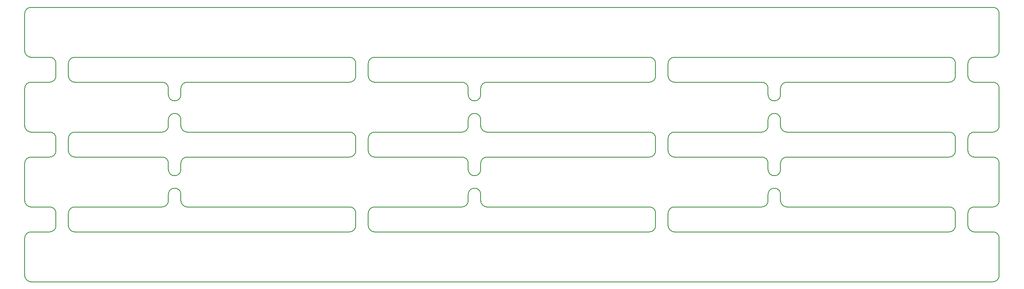
<source format=gm1>
G04 #@! TF.FileFunction,Profile,NP*
%FSLAX46Y46*%
G04 Gerber Fmt 4.6, Leading zero omitted, Abs format (unit mm)*
G04 Created by KiCad (PCBNEW 4.0.2-4+6225~38~ubuntu15.04.1-stable) date Sat Mar 19 16:11:07 2016*
%MOMM*%
G01*
G04 APERTURE LIST*
%ADD10C,0.101600*%
%ADD11C,0.150000*%
G04 APERTURE END LIST*
D10*
D11*
X8890000Y29210000D02*
X8890000Y26670000D01*
X10160000Y30480000D02*
G75*
G03X8890000Y29210000I0J-1270000D01*
G01*
X8890000Y26670000D02*
G75*
G03X10160000Y25400000I1270000J0D01*
G01*
X6350000Y29210000D02*
G75*
G03X5080000Y30480000I-1270000J0D01*
G01*
X6350000Y29210000D02*
X6350000Y26670000D01*
X5080000Y25400000D02*
G75*
G03X6350000Y26670000I0J1270000D01*
G01*
X8890000Y13970000D02*
X8890000Y11430000D01*
X10160000Y15240000D02*
G75*
G03X8890000Y13970000I0J-1270000D01*
G01*
X8890000Y11430000D02*
G75*
G03X10160000Y10160000I1270000J0D01*
G01*
X6350000Y13970000D02*
G75*
G03X5080000Y15240000I-1270000J0D01*
G01*
X6350000Y13970000D02*
X6350000Y11430000D01*
X5080000Y10160000D02*
G75*
G03X6350000Y11430000I0J1270000D01*
G01*
X69850000Y13970000D02*
X69850000Y11430000D01*
X71120000Y15240000D02*
G75*
G03X69850000Y13970000I0J-1270000D01*
G01*
X69850000Y11430000D02*
G75*
G03X71120000Y10160000I1270000J0D01*
G01*
X67310000Y13970000D02*
G75*
G03X66040000Y15240000I-1270000J0D01*
G01*
X67310000Y13970000D02*
X67310000Y11430000D01*
X66040000Y10160000D02*
G75*
G03X67310000Y11430000I0J1270000D01*
G01*
X69850000Y29210000D02*
X69850000Y26670000D01*
X71120000Y30480000D02*
G75*
G03X69850000Y29210000I0J-1270000D01*
G01*
X69850000Y26670000D02*
G75*
G03X71120000Y25400000I1270000J0D01*
G01*
X67310000Y29210000D02*
G75*
G03X66040000Y30480000I-1270000J0D01*
G01*
X67310000Y29210000D02*
X67310000Y26670000D01*
X66040000Y25400000D02*
G75*
G03X67310000Y26670000I0J1270000D01*
G01*
X130810000Y29210000D02*
X130810000Y26670000D01*
X132080000Y30480000D02*
G75*
G03X130810000Y29210000I0J-1270000D01*
G01*
X130810000Y26670000D02*
G75*
G03X132080000Y25400000I1270000J0D01*
G01*
X128270000Y29210000D02*
G75*
G03X127000000Y30480000I-1270000J0D01*
G01*
X128270000Y29210000D02*
X128270000Y26670000D01*
X127000000Y25400000D02*
G75*
G03X128270000Y26670000I0J1270000D01*
G01*
X130810000Y13970000D02*
X130810000Y11430000D01*
X132080000Y15240000D02*
G75*
G03X130810000Y13970000I0J-1270000D01*
G01*
X130810000Y11430000D02*
G75*
G03X132080000Y10160000I1270000J0D01*
G01*
X128270000Y13970000D02*
G75*
G03X127000000Y15240000I-1270000J0D01*
G01*
X128270000Y13970000D02*
X128270000Y11430000D01*
X127000000Y10160000D02*
G75*
G03X128270000Y11430000I0J1270000D01*
G01*
X191770000Y13970000D02*
X191770000Y11430000D01*
X193040000Y15240000D02*
G75*
G03X191770000Y13970000I0J-1270000D01*
G01*
X191770000Y11430000D02*
G75*
G03X193040000Y10160000I1270000J0D01*
G01*
X189230000Y13970000D02*
G75*
G03X187960000Y15240000I-1270000J0D01*
G01*
X189230000Y13970000D02*
X189230000Y11430000D01*
X187960000Y10160000D02*
G75*
G03X189230000Y11430000I0J1270000D01*
G01*
X191770000Y29210000D02*
X191770000Y26670000D01*
X193040000Y30480000D02*
G75*
G03X191770000Y29210000I0J-1270000D01*
G01*
X191770000Y26670000D02*
G75*
G03X193040000Y25400000I1270000J0D01*
G01*
X189230000Y29210000D02*
G75*
G03X187960000Y30480000I-1270000J0D01*
G01*
X189230000Y29210000D02*
X189230000Y26670000D01*
X187960000Y25400000D02*
G75*
G03X189230000Y26670000I0J1270000D01*
G01*
X191770000Y41910000D02*
G75*
G03X193040000Y40640000I1270000J0D01*
G01*
X187960000Y40640000D02*
G75*
G03X189230000Y41910000I0J1270000D01*
G01*
X191770000Y44450000D02*
X191770000Y41910000D01*
X189230000Y44450000D02*
X189230000Y41910000D01*
X130810000Y44450000D02*
X130810000Y41910000D01*
X128270000Y41910000D02*
X128270000Y44450000D01*
X130810000Y41910000D02*
G75*
G03X132080000Y40640000I1270000J0D01*
G01*
X127000000Y40640000D02*
G75*
G03X128270000Y41910000I0J1270000D01*
G01*
X69850000Y44450000D02*
X69850000Y41910000D01*
X67310000Y41910000D02*
X67310000Y44450000D01*
X69850000Y41910000D02*
G75*
G03X71120000Y40640000I1270000J0D01*
G01*
X66040000Y40640000D02*
G75*
G03X67310000Y41910000I0J1270000D01*
G01*
X8890000Y44450000D02*
X8890000Y41910000D01*
X6350000Y41910000D02*
X6350000Y44450000D01*
X8890000Y41910000D02*
G75*
G03X10160000Y40640000I1270000J0D01*
G01*
X5080000Y40640000D02*
G75*
G03X6350000Y41910000I0J1270000D01*
G01*
X33020000Y15240000D02*
X66040000Y15240000D01*
X27940000Y15240000D02*
X10160000Y15240000D01*
X88900000Y15240000D02*
X71120000Y15240000D01*
X127000000Y15240000D02*
X93980000Y15240000D01*
X149860000Y15240000D02*
X132080000Y15240000D01*
X187960000Y15240000D02*
X154940000Y15240000D01*
X196850000Y0D02*
G75*
G03X198120000Y1270000I0J1270000D01*
G01*
X0Y1270000D02*
G75*
G03X1270000Y0I1270000J0D01*
G01*
X198120000Y16510000D02*
X198120000Y24130000D01*
X153670000Y17780001D02*
G75*
G03X151130000Y17779999I-1270000J-1D01*
G01*
X149860000Y15240000D02*
G75*
G03X151130000Y16510000I0J1270000D01*
G01*
X151130000Y17780000D02*
X151130000Y16510000D01*
X153670000Y17780000D02*
X153670000Y16510000D01*
X153670000Y16510000D02*
G75*
G03X154940000Y15240000I1270000J0D01*
G01*
X151130000Y22860000D02*
G75*
G03X153670000Y22860000I1270000J0D01*
G01*
X153670000Y24130000D02*
X153670000Y22860000D01*
X151130000Y24130000D02*
X151130000Y22860000D01*
X90170000Y22860000D02*
G75*
G03X92710000Y22860000I1270000J0D01*
G01*
X92710000Y24130000D02*
X92710000Y22860000D01*
X90170000Y24130000D02*
X90170000Y22860000D01*
X88900000Y15240000D02*
G75*
G03X90170000Y16510000I0J1270000D01*
G01*
X92710000Y16510000D02*
G75*
G03X93980000Y15240000I1270000J0D01*
G01*
X92710000Y17780000D02*
X92710000Y16510000D01*
X90170000Y17780000D02*
X90170000Y16510000D01*
X92710000Y17780001D02*
G75*
G03X90170000Y17779999I-1270000J-1D01*
G01*
X27940000Y15240000D02*
G75*
G03X29210000Y16510000I0J1270000D01*
G01*
X29210000Y17780000D02*
X29210000Y16510000D01*
X31750000Y17780000D02*
X31750000Y16510000D01*
X31750000Y16510000D02*
G75*
G03X33020000Y15240000I1270000J0D01*
G01*
X31750000Y17780001D02*
G75*
G03X29210000Y17779999I-1270000J-1D01*
G01*
X29210000Y22860000D02*
G75*
G03X31750000Y22860000I1270000J0D01*
G01*
X31750000Y24130000D02*
X31750000Y22860000D01*
X29210000Y24130000D02*
X29210000Y22860000D01*
X0Y24130000D02*
X0Y16510000D01*
X187960000Y25400000D02*
X154940000Y25400000D01*
X154940000Y30480000D02*
X187960000Y30480000D01*
X154940000Y40640000D02*
X187960000Y40640000D01*
X93980000Y25400000D02*
X127000000Y25400000D01*
X127000000Y30480000D02*
X93980000Y30480000D01*
X93980000Y40640000D02*
X127000000Y40640000D01*
X66040000Y25400000D02*
X33020000Y25400000D01*
X33020000Y30480000D02*
X66040000Y30480000D01*
X33020000Y40640000D02*
X66040000Y40640000D01*
X27940000Y30480000D02*
G75*
G03X29210000Y31750000I0J1270000D01*
G01*
X31750000Y31750000D02*
G75*
G03X33020000Y30480000I1270000J0D01*
G01*
X29210000Y24130000D02*
G75*
G03X27940000Y25400000I-1270000J0D01*
G01*
X33020000Y25400000D02*
G75*
G03X31750000Y24130000I0J-1270000D01*
G01*
X5080000Y25400000D02*
X1270000Y25400000D01*
X1270000Y25400000D02*
G75*
G03X0Y24130000I0J-1270000D01*
G01*
X10160000Y25400000D02*
X27940000Y25400000D01*
X27940000Y30480000D02*
X10160000Y30480000D01*
X0Y31750000D02*
G75*
G03X1270000Y30480000I1270000J0D01*
G01*
X1270000Y30480000D02*
X5080000Y30480000D01*
X93980000Y25400000D02*
G75*
G03X92710000Y24130000I0J-1270000D01*
G01*
X90170000Y24130000D02*
G75*
G03X88900000Y25400000I-1270000J0D01*
G01*
X71120000Y25400000D02*
X88900000Y25400000D01*
X132080000Y25400000D02*
X149860000Y25400000D01*
X149860000Y30480000D02*
X132080000Y30480000D01*
X151130000Y24130000D02*
G75*
G03X149860000Y25400000I-1270000J0D01*
G01*
X154940000Y25400000D02*
G75*
G03X153670000Y24130000I0J-1270000D01*
G01*
X196850000Y30480000D02*
G75*
G03X198120000Y31750000I0J1270000D01*
G01*
X198120000Y24130000D02*
G75*
G03X196850000Y25400000I-1270000J0D01*
G01*
X193040000Y30480000D02*
X196850000Y30480000D01*
X193040000Y25400000D02*
X196850000Y25400000D01*
X88900000Y30480000D02*
X71120000Y30480000D01*
X10160000Y40640000D02*
X27940000Y40640000D01*
X128270000Y44450000D02*
G75*
G03X127000000Y45720000I-1270000J0D01*
G01*
X132080000Y45720000D02*
G75*
G03X130810000Y44450000I0J-1270000D01*
G01*
X153670000Y33020001D02*
G75*
G03X151130000Y33019999I-1270000J-1D01*
G01*
X151130000Y33020000D02*
X151130000Y31750000D01*
X153670000Y33020000D02*
X153670000Y31750000D01*
X153670000Y31750000D02*
G75*
G03X154940000Y30480000I1270000J0D01*
G01*
X149860000Y30480000D02*
G75*
G03X151130000Y31750000I0J1270000D01*
G01*
X151130000Y38100000D02*
G75*
G03X153670000Y38100000I1270000J0D01*
G01*
X154940000Y40640000D02*
G75*
G03X153670000Y39370000I0J-1270000D01*
G01*
X151130000Y39370000D02*
X151130000Y38100000D01*
X153670000Y39370000D02*
X153670000Y38100000D01*
X151130000Y39370000D02*
G75*
G03X149860000Y40640000I-1270000J0D01*
G01*
X92710000Y33020001D02*
G75*
G03X90170000Y33019999I-1270000J-1D01*
G01*
X90170000Y33020000D02*
X90170000Y31750000D01*
X92710000Y33020000D02*
X92710000Y31750000D01*
X92710000Y31750000D02*
G75*
G03X93980000Y30480000I1270000J0D01*
G01*
X88900000Y30480000D02*
G75*
G03X90170000Y31750000I0J1270000D01*
G01*
X90170000Y38100000D02*
G75*
G03X92710000Y38100000I1270000J0D01*
G01*
X93980000Y40640000D02*
G75*
G03X92710000Y39370000I0J-1270000D01*
G01*
X90170000Y39370000D02*
X90170000Y38100000D01*
X92710000Y39370000D02*
X92710000Y38100000D01*
X90170000Y39370000D02*
G75*
G03X88900000Y40640000I-1270000J0D01*
G01*
X31750000Y39370000D02*
X31750000Y38100000D01*
X29210000Y39370000D02*
X29210000Y38100000D01*
X31750000Y33020000D02*
X31750000Y31750000D01*
X29210000Y33020000D02*
X29210000Y31750000D01*
X33020000Y40640000D02*
G75*
G03X31750000Y39370000I0J-1270000D01*
G01*
X29210000Y39370000D02*
G75*
G03X27940000Y40640000I-1270000J0D01*
G01*
X31750000Y33020001D02*
G75*
G03X29210000Y33019999I-1270000J-1D01*
G01*
X29210000Y38100000D02*
G75*
G03X31750000Y38100000I1270000J0D01*
G01*
X5080000Y10160000D02*
X1270000Y10160000D01*
X1270000Y15240000D02*
X5080000Y15240000D01*
X10160000Y45720000D02*
G75*
G03X8890000Y44450000I0J-1270000D01*
G01*
X6350000Y44450000D02*
G75*
G03X5080000Y45720000I-1270000J0D01*
G01*
X5080000Y40640000D02*
X1270000Y40640000D01*
X1270000Y45720000D02*
X5080000Y45720000D01*
X67310000Y44450000D02*
G75*
G03X66040000Y45720000I-1270000J0D01*
G01*
X71120000Y45720000D02*
G75*
G03X69850000Y44450000I0J-1270000D01*
G01*
X189230000Y44450000D02*
G75*
G03X187960000Y45720000I-1270000J0D01*
G01*
X193040000Y45720000D02*
G75*
G03X191770000Y44450000I0J-1270000D01*
G01*
X1270000Y55880000D02*
G75*
G03X0Y54610000I0J-1270000D01*
G01*
X0Y8890000D02*
X0Y1270000D01*
X196850000Y55880000D02*
X1270000Y55880000D01*
X198120000Y8890000D02*
X198120000Y1270000D01*
X198120000Y54610000D02*
G75*
G03X196850000Y55880000I-1270000J0D01*
G01*
X196850000Y15240000D02*
G75*
G03X198120000Y16510000I0J1270000D01*
G01*
X198120000Y54610000D02*
X198120000Y46990000D01*
X196850000Y45720000D02*
G75*
G03X198120000Y46990000I0J1270000D01*
G01*
X198120000Y8890000D02*
G75*
G03X196850000Y10160000I-1270000J0D01*
G01*
X0Y54610000D02*
X0Y46990000D01*
X0Y46990000D02*
G75*
G03X1270000Y45720000I1270000J0D01*
G01*
X0Y16510000D02*
G75*
G03X1270000Y15240000I1270000J0D01*
G01*
X1270000Y10160000D02*
G75*
G03X0Y8890000I0J-1270000D01*
G01*
X193040000Y40640000D02*
X196850000Y40640000D01*
X132080000Y40640000D02*
X149860000Y40640000D01*
X71120000Y40640000D02*
X88900000Y40640000D01*
X193040000Y15240000D02*
X196850000Y15240000D01*
X132080000Y10160000D02*
X187960000Y10160000D01*
X196850000Y0D02*
X1270000Y0D01*
X66040000Y45720000D02*
X10160000Y45720000D01*
X127000000Y45720000D02*
X71120000Y45720000D01*
X187960000Y45720000D02*
X132080000Y45720000D01*
X193040000Y45720000D02*
X196850000Y45720000D01*
X193040000Y10160000D02*
X196850000Y10160000D01*
X71120000Y10160000D02*
X127000000Y10160000D01*
X10160000Y10160000D02*
X66040000Y10160000D01*
X0Y39370000D02*
X0Y31750000D01*
X198120000Y31750000D02*
X198120000Y39370000D01*
X1270000Y40640000D02*
G75*
G03X0Y39370000I0J-1270000D01*
G01*
X198120000Y39370000D02*
G75*
G03X196850000Y40640000I-1270000J0D01*
G01*
M02*

</source>
